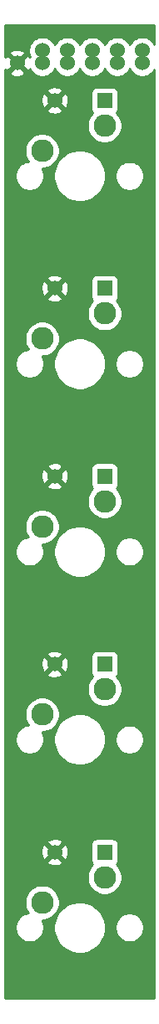
<source format=gbl>
%TF.GenerationSoftware,KiCad,Pcbnew,5.1.6-1.fc32*%
%TF.CreationDate,2020-08-03T22:39:13-06:00*%
%TF.ProjectId,5_switch_column,355f7377-6974-4636-985f-636f6c756d6e,01*%
%TF.SameCoordinates,Original*%
%TF.FileFunction,Copper,L2,Bot*%
%TF.FilePolarity,Positive*%
%FSLAX46Y46*%
G04 Gerber Fmt 4.6, Leading zero omitted, Abs format (unit mm)*
G04 Created by KiCad (PCBNEW 5.1.6-1.fc32) date 2020-08-03 22:39:13*
%MOMM*%
%LPD*%
G01*
G04 APERTURE LIST*
%TA.AperFunction,ComponentPad*%
%ADD10C,2.286000*%
%TD*%
%TA.AperFunction,ComponentPad*%
%ADD11R,1.524000X1.524000*%
%TD*%
%TA.AperFunction,ComponentPad*%
%ADD12C,1.524000*%
%TD*%
%TA.AperFunction,Conductor*%
%ADD13C,0.254000*%
%TD*%
G04 APERTURE END LIST*
D10*
%TO.P,S1,1*%
%TO.N,Net-(S1-Pad1)*%
X120000000Y-80000000D03*
%TO.P,S1,2*%
%TO.N,Net-(S1-Pad2)*%
X113650000Y-82540000D03*
D11*
%TO.P,S1,3*%
%TO.N,Net-(S1-Pad1)*%
X120000000Y-77460000D03*
D12*
%TO.P,S1,4*%
%TO.N,Net-(S1-Pad4)*%
X114920000Y-77460000D03*
%TD*%
%TO.P,S2,4*%
%TO.N,Net-(S1-Pad4)*%
X114920000Y-96460000D03*
D11*
%TO.P,S2,3*%
%TO.N,Net-(S2-Pad1)*%
X120000000Y-96460000D03*
D10*
%TO.P,S2,2*%
%TO.N,Net-(S2-Pad2)*%
X113650000Y-101540000D03*
%TO.P,S2,1*%
%TO.N,Net-(S2-Pad1)*%
X120000000Y-99000000D03*
%TD*%
%TO.P,S3,1*%
%TO.N,Net-(S3-Pad1)*%
X120000000Y-118000000D03*
%TO.P,S3,2*%
%TO.N,Net-(S3-Pad2)*%
X113650000Y-120540000D03*
D11*
%TO.P,S3,3*%
%TO.N,Net-(S3-Pad1)*%
X120000000Y-115460000D03*
D12*
%TO.P,S3,4*%
%TO.N,Net-(S1-Pad4)*%
X114920000Y-115460000D03*
%TD*%
%TO.P,S4,4*%
%TO.N,Net-(S1-Pad4)*%
X114920000Y-134460000D03*
D11*
%TO.P,S4,3*%
%TO.N,Net-(S4-Pad1)*%
X120000000Y-134460000D03*
D10*
%TO.P,S4,2*%
%TO.N,Net-(S4-Pad2)*%
X113650000Y-139540000D03*
%TO.P,S4,1*%
%TO.N,Net-(S4-Pad1)*%
X120000000Y-137000000D03*
%TD*%
%TO.P,S5,1*%
%TO.N,Net-(S5-Pad1)*%
X120000000Y-156000000D03*
%TO.P,S5,2*%
%TO.N,Net-(S5-Pad2)*%
X113650000Y-158540000D03*
D11*
%TO.P,S5,3*%
%TO.N,Net-(S5-Pad1)*%
X120000000Y-153460000D03*
D12*
%TO.P,S5,4*%
%TO.N,Net-(S1-Pad4)*%
X114920000Y-153460000D03*
%TD*%
%TO.P,U1,1*%
%TO.N,Net-(S1-Pad4)*%
X111125000Y-73660000D03*
%TO.P,U1,2*%
%TO.N,Net-(S1-Pad2)*%
X113665000Y-73660000D03*
%TO.P,U1,3*%
%TO.N,Net-(S2-Pad2)*%
X116205000Y-73660000D03*
%TO.P,U1,4*%
%TO.N,Net-(S3-Pad2)*%
X118745000Y-73660000D03*
%TO.P,U1,5*%
%TO.N,Net-(S4-Pad2)*%
X121285000Y-73660000D03*
%TO.P,U1,6*%
%TO.N,Net-(S5-Pad2)*%
X123825000Y-73660000D03*
%TO.P,U1,2*%
%TO.N,Net-(S1-Pad2)*%
X113665000Y-72390000D03*
%TO.P,U1,3*%
%TO.N,Net-(S2-Pad2)*%
X116205000Y-72390000D03*
%TO.P,U1,4*%
%TO.N,Net-(S3-Pad2)*%
X118745000Y-72390000D03*
%TO.P,U1,5*%
%TO.N,Net-(S4-Pad2)*%
X121285000Y-72390000D03*
%TO.P,U1,6*%
%TO.N,Net-(S5-Pad2)*%
X123825000Y-72390000D03*
%TD*%
D13*
%TO.N,Net-(S1-Pad4)*%
G36*
X125070001Y-71745163D02*
G01*
X125063005Y-71728273D01*
X124910120Y-71499465D01*
X124715535Y-71304880D01*
X124486727Y-71151995D01*
X124232490Y-71046686D01*
X123962592Y-70993000D01*
X123687408Y-70993000D01*
X123417510Y-71046686D01*
X123163273Y-71151995D01*
X122934465Y-71304880D01*
X122739880Y-71499465D01*
X122586995Y-71728273D01*
X122555000Y-71805515D01*
X122523005Y-71728273D01*
X122370120Y-71499465D01*
X122175535Y-71304880D01*
X121946727Y-71151995D01*
X121692490Y-71046686D01*
X121422592Y-70993000D01*
X121147408Y-70993000D01*
X120877510Y-71046686D01*
X120623273Y-71151995D01*
X120394465Y-71304880D01*
X120199880Y-71499465D01*
X120046995Y-71728273D01*
X120015000Y-71805515D01*
X119983005Y-71728273D01*
X119830120Y-71499465D01*
X119635535Y-71304880D01*
X119406727Y-71151995D01*
X119152490Y-71046686D01*
X118882592Y-70993000D01*
X118607408Y-70993000D01*
X118337510Y-71046686D01*
X118083273Y-71151995D01*
X117854465Y-71304880D01*
X117659880Y-71499465D01*
X117506995Y-71728273D01*
X117475000Y-71805515D01*
X117443005Y-71728273D01*
X117290120Y-71499465D01*
X117095535Y-71304880D01*
X116866727Y-71151995D01*
X116612490Y-71046686D01*
X116342592Y-70993000D01*
X116067408Y-70993000D01*
X115797510Y-71046686D01*
X115543273Y-71151995D01*
X115314465Y-71304880D01*
X115119880Y-71499465D01*
X114966995Y-71728273D01*
X114935000Y-71805515D01*
X114903005Y-71728273D01*
X114750120Y-71499465D01*
X114555535Y-71304880D01*
X114326727Y-71151995D01*
X114072490Y-71046686D01*
X113802592Y-70993000D01*
X113527408Y-70993000D01*
X113257510Y-71046686D01*
X113003273Y-71151995D01*
X112774465Y-71304880D01*
X112579880Y-71499465D01*
X112426995Y-71728273D01*
X112321686Y-71982510D01*
X112268000Y-72252408D01*
X112268000Y-72527592D01*
X112321686Y-72797490D01*
X112415924Y-73025000D01*
X112397308Y-73069943D01*
X112392636Y-73056977D01*
X112330656Y-72941020D01*
X112090565Y-72874040D01*
X111304605Y-73660000D01*
X112090565Y-74445960D01*
X112330656Y-74378980D01*
X112394485Y-74243240D01*
X112426995Y-74321727D01*
X112579880Y-74550535D01*
X112774465Y-74745120D01*
X113003273Y-74898005D01*
X113257510Y-75003314D01*
X113527408Y-75057000D01*
X113802592Y-75057000D01*
X114072490Y-75003314D01*
X114326727Y-74898005D01*
X114555535Y-74745120D01*
X114750120Y-74550535D01*
X114903005Y-74321727D01*
X114935000Y-74244485D01*
X114966995Y-74321727D01*
X115119880Y-74550535D01*
X115314465Y-74745120D01*
X115543273Y-74898005D01*
X115797510Y-75003314D01*
X116067408Y-75057000D01*
X116342592Y-75057000D01*
X116612490Y-75003314D01*
X116866727Y-74898005D01*
X117095535Y-74745120D01*
X117290120Y-74550535D01*
X117443005Y-74321727D01*
X117475000Y-74244485D01*
X117506995Y-74321727D01*
X117659880Y-74550535D01*
X117854465Y-74745120D01*
X118083273Y-74898005D01*
X118337510Y-75003314D01*
X118607408Y-75057000D01*
X118882592Y-75057000D01*
X119152490Y-75003314D01*
X119406727Y-74898005D01*
X119635535Y-74745120D01*
X119830120Y-74550535D01*
X119983005Y-74321727D01*
X120015000Y-74244485D01*
X120046995Y-74321727D01*
X120199880Y-74550535D01*
X120394465Y-74745120D01*
X120623273Y-74898005D01*
X120877510Y-75003314D01*
X121147408Y-75057000D01*
X121422592Y-75057000D01*
X121692490Y-75003314D01*
X121946727Y-74898005D01*
X122175535Y-74745120D01*
X122370120Y-74550535D01*
X122523005Y-74321727D01*
X122555000Y-74244485D01*
X122586995Y-74321727D01*
X122739880Y-74550535D01*
X122934465Y-74745120D01*
X123163273Y-74898005D01*
X123417510Y-75003314D01*
X123687408Y-75057000D01*
X123962592Y-75057000D01*
X124232490Y-75003314D01*
X124486727Y-74898005D01*
X124715535Y-74745120D01*
X124910120Y-74550535D01*
X125063005Y-74321727D01*
X125070001Y-74304837D01*
X125070000Y-168250000D01*
X109880000Y-168250000D01*
X109880000Y-160933740D01*
X110895000Y-160933740D01*
X110895000Y-161226260D01*
X110952068Y-161513158D01*
X111064010Y-161783411D01*
X111226525Y-162026632D01*
X111433368Y-162233475D01*
X111676589Y-162395990D01*
X111946842Y-162507932D01*
X112233740Y-162565000D01*
X112526260Y-162565000D01*
X112813158Y-162507932D01*
X113083411Y-162395990D01*
X113326632Y-162233475D01*
X113533475Y-162026632D01*
X113695990Y-161783411D01*
X113807932Y-161513158D01*
X113865000Y-161226260D01*
X113865000Y-160933740D01*
X113842471Y-160820475D01*
X114825000Y-160820475D01*
X114825000Y-161339525D01*
X114926261Y-161848601D01*
X115124893Y-162328141D01*
X115413262Y-162759715D01*
X115780285Y-163126738D01*
X116211859Y-163415107D01*
X116691399Y-163613739D01*
X117200475Y-163715000D01*
X117719525Y-163715000D01*
X118228601Y-163613739D01*
X118708141Y-163415107D01*
X119139715Y-163126738D01*
X119506738Y-162759715D01*
X119795107Y-162328141D01*
X119993739Y-161848601D01*
X120095000Y-161339525D01*
X120095000Y-160933740D01*
X121055000Y-160933740D01*
X121055000Y-161226260D01*
X121112068Y-161513158D01*
X121224010Y-161783411D01*
X121386525Y-162026632D01*
X121593368Y-162233475D01*
X121836589Y-162395990D01*
X122106842Y-162507932D01*
X122393740Y-162565000D01*
X122686260Y-162565000D01*
X122973158Y-162507932D01*
X123243411Y-162395990D01*
X123486632Y-162233475D01*
X123693475Y-162026632D01*
X123855990Y-161783411D01*
X123967932Y-161513158D01*
X124025000Y-161226260D01*
X124025000Y-160933740D01*
X123967932Y-160646842D01*
X123855990Y-160376589D01*
X123693475Y-160133368D01*
X123486632Y-159926525D01*
X123243411Y-159764010D01*
X122973158Y-159652068D01*
X122686260Y-159595000D01*
X122393740Y-159595000D01*
X122106842Y-159652068D01*
X121836589Y-159764010D01*
X121593368Y-159926525D01*
X121386525Y-160133368D01*
X121224010Y-160376589D01*
X121112068Y-160646842D01*
X121055000Y-160933740D01*
X120095000Y-160933740D01*
X120095000Y-160820475D01*
X119993739Y-160311399D01*
X119795107Y-159831859D01*
X119506738Y-159400285D01*
X119139715Y-159033262D01*
X118708141Y-158744893D01*
X118228601Y-158546261D01*
X117719525Y-158445000D01*
X117200475Y-158445000D01*
X116691399Y-158546261D01*
X116211859Y-158744893D01*
X115780285Y-159033262D01*
X115413262Y-159400285D01*
X115124893Y-159831859D01*
X114926261Y-160311399D01*
X114825000Y-160820475D01*
X113842471Y-160820475D01*
X113807932Y-160646842D01*
X113695990Y-160376589D01*
X113656842Y-160318000D01*
X113825118Y-160318000D01*
X114168623Y-160249672D01*
X114492199Y-160115643D01*
X114783409Y-159921063D01*
X115031063Y-159673409D01*
X115225643Y-159382199D01*
X115359672Y-159058623D01*
X115428000Y-158715118D01*
X115428000Y-158364882D01*
X115359672Y-158021377D01*
X115225643Y-157697801D01*
X115031063Y-157406591D01*
X114783409Y-157158937D01*
X114492199Y-156964357D01*
X114168623Y-156830328D01*
X113825118Y-156762000D01*
X113474882Y-156762000D01*
X113131377Y-156830328D01*
X112807801Y-156964357D01*
X112516591Y-157158937D01*
X112268937Y-157406591D01*
X112074357Y-157697801D01*
X111940328Y-158021377D01*
X111872000Y-158364882D01*
X111872000Y-158715118D01*
X111940328Y-159058623D01*
X112074357Y-159382199D01*
X112218563Y-159598019D01*
X111946842Y-159652068D01*
X111676589Y-159764010D01*
X111433368Y-159926525D01*
X111226525Y-160133368D01*
X111064010Y-160376589D01*
X110952068Y-160646842D01*
X110895000Y-160933740D01*
X109880000Y-160933740D01*
X109880000Y-155824882D01*
X118222000Y-155824882D01*
X118222000Y-156175118D01*
X118290328Y-156518623D01*
X118424357Y-156842199D01*
X118618937Y-157133409D01*
X118866591Y-157381063D01*
X119157801Y-157575643D01*
X119481377Y-157709672D01*
X119824882Y-157778000D01*
X120175118Y-157778000D01*
X120518623Y-157709672D01*
X120842199Y-157575643D01*
X121133409Y-157381063D01*
X121381063Y-157133409D01*
X121575643Y-156842199D01*
X121709672Y-156518623D01*
X121778000Y-156175118D01*
X121778000Y-155824882D01*
X121709672Y-155481377D01*
X121575643Y-155157801D01*
X121381063Y-154866591D01*
X121199164Y-154684692D01*
X121213185Y-154673185D01*
X121292537Y-154576494D01*
X121351502Y-154466180D01*
X121387812Y-154346482D01*
X121400072Y-154222000D01*
X121400072Y-152698000D01*
X121387812Y-152573518D01*
X121351502Y-152453820D01*
X121292537Y-152343506D01*
X121213185Y-152246815D01*
X121116494Y-152167463D01*
X121006180Y-152108498D01*
X120886482Y-152072188D01*
X120762000Y-152059928D01*
X119238000Y-152059928D01*
X119113518Y-152072188D01*
X118993820Y-152108498D01*
X118883506Y-152167463D01*
X118786815Y-152246815D01*
X118707463Y-152343506D01*
X118648498Y-152453820D01*
X118612188Y-152573518D01*
X118599928Y-152698000D01*
X118599928Y-154222000D01*
X118612188Y-154346482D01*
X118648498Y-154466180D01*
X118707463Y-154576494D01*
X118786815Y-154673185D01*
X118800836Y-154684692D01*
X118618937Y-154866591D01*
X118424357Y-155157801D01*
X118290328Y-155481377D01*
X118222000Y-155824882D01*
X109880000Y-155824882D01*
X109880000Y-154425565D01*
X114134040Y-154425565D01*
X114201020Y-154665656D01*
X114450048Y-154782756D01*
X114717135Y-154849023D01*
X114992017Y-154861910D01*
X115264133Y-154820922D01*
X115523023Y-154727636D01*
X115638980Y-154665656D01*
X115705960Y-154425565D01*
X114920000Y-153639605D01*
X114134040Y-154425565D01*
X109880000Y-154425565D01*
X109880000Y-153532017D01*
X113518090Y-153532017D01*
X113559078Y-153804133D01*
X113652364Y-154063023D01*
X113714344Y-154178980D01*
X113954435Y-154245960D01*
X114740395Y-153460000D01*
X115099605Y-153460000D01*
X115885565Y-154245960D01*
X116125656Y-154178980D01*
X116242756Y-153929952D01*
X116309023Y-153662865D01*
X116321910Y-153387983D01*
X116280922Y-153115867D01*
X116187636Y-152856977D01*
X116125656Y-152741020D01*
X115885565Y-152674040D01*
X115099605Y-153460000D01*
X114740395Y-153460000D01*
X113954435Y-152674040D01*
X113714344Y-152741020D01*
X113597244Y-152990048D01*
X113530977Y-153257135D01*
X113518090Y-153532017D01*
X109880000Y-153532017D01*
X109880000Y-152494435D01*
X114134040Y-152494435D01*
X114920000Y-153280395D01*
X115705960Y-152494435D01*
X115638980Y-152254344D01*
X115389952Y-152137244D01*
X115122865Y-152070977D01*
X114847983Y-152058090D01*
X114575867Y-152099078D01*
X114316977Y-152192364D01*
X114201020Y-152254344D01*
X114134040Y-152494435D01*
X109880000Y-152494435D01*
X109880000Y-141933740D01*
X110895000Y-141933740D01*
X110895000Y-142226260D01*
X110952068Y-142513158D01*
X111064010Y-142783411D01*
X111226525Y-143026632D01*
X111433368Y-143233475D01*
X111676589Y-143395990D01*
X111946842Y-143507932D01*
X112233740Y-143565000D01*
X112526260Y-143565000D01*
X112813158Y-143507932D01*
X113083411Y-143395990D01*
X113326632Y-143233475D01*
X113533475Y-143026632D01*
X113695990Y-142783411D01*
X113807932Y-142513158D01*
X113865000Y-142226260D01*
X113865000Y-141933740D01*
X113842471Y-141820475D01*
X114825000Y-141820475D01*
X114825000Y-142339525D01*
X114926261Y-142848601D01*
X115124893Y-143328141D01*
X115413262Y-143759715D01*
X115780285Y-144126738D01*
X116211859Y-144415107D01*
X116691399Y-144613739D01*
X117200475Y-144715000D01*
X117719525Y-144715000D01*
X118228601Y-144613739D01*
X118708141Y-144415107D01*
X119139715Y-144126738D01*
X119506738Y-143759715D01*
X119795107Y-143328141D01*
X119993739Y-142848601D01*
X120095000Y-142339525D01*
X120095000Y-141933740D01*
X121055000Y-141933740D01*
X121055000Y-142226260D01*
X121112068Y-142513158D01*
X121224010Y-142783411D01*
X121386525Y-143026632D01*
X121593368Y-143233475D01*
X121836589Y-143395990D01*
X122106842Y-143507932D01*
X122393740Y-143565000D01*
X122686260Y-143565000D01*
X122973158Y-143507932D01*
X123243411Y-143395990D01*
X123486632Y-143233475D01*
X123693475Y-143026632D01*
X123855990Y-142783411D01*
X123967932Y-142513158D01*
X124025000Y-142226260D01*
X124025000Y-141933740D01*
X123967932Y-141646842D01*
X123855990Y-141376589D01*
X123693475Y-141133368D01*
X123486632Y-140926525D01*
X123243411Y-140764010D01*
X122973158Y-140652068D01*
X122686260Y-140595000D01*
X122393740Y-140595000D01*
X122106842Y-140652068D01*
X121836589Y-140764010D01*
X121593368Y-140926525D01*
X121386525Y-141133368D01*
X121224010Y-141376589D01*
X121112068Y-141646842D01*
X121055000Y-141933740D01*
X120095000Y-141933740D01*
X120095000Y-141820475D01*
X119993739Y-141311399D01*
X119795107Y-140831859D01*
X119506738Y-140400285D01*
X119139715Y-140033262D01*
X118708141Y-139744893D01*
X118228601Y-139546261D01*
X117719525Y-139445000D01*
X117200475Y-139445000D01*
X116691399Y-139546261D01*
X116211859Y-139744893D01*
X115780285Y-140033262D01*
X115413262Y-140400285D01*
X115124893Y-140831859D01*
X114926261Y-141311399D01*
X114825000Y-141820475D01*
X113842471Y-141820475D01*
X113807932Y-141646842D01*
X113695990Y-141376589D01*
X113656842Y-141318000D01*
X113825118Y-141318000D01*
X114168623Y-141249672D01*
X114492199Y-141115643D01*
X114783409Y-140921063D01*
X115031063Y-140673409D01*
X115225643Y-140382199D01*
X115359672Y-140058623D01*
X115428000Y-139715118D01*
X115428000Y-139364882D01*
X115359672Y-139021377D01*
X115225643Y-138697801D01*
X115031063Y-138406591D01*
X114783409Y-138158937D01*
X114492199Y-137964357D01*
X114168623Y-137830328D01*
X113825118Y-137762000D01*
X113474882Y-137762000D01*
X113131377Y-137830328D01*
X112807801Y-137964357D01*
X112516591Y-138158937D01*
X112268937Y-138406591D01*
X112074357Y-138697801D01*
X111940328Y-139021377D01*
X111872000Y-139364882D01*
X111872000Y-139715118D01*
X111940328Y-140058623D01*
X112074357Y-140382199D01*
X112218563Y-140598019D01*
X111946842Y-140652068D01*
X111676589Y-140764010D01*
X111433368Y-140926525D01*
X111226525Y-141133368D01*
X111064010Y-141376589D01*
X110952068Y-141646842D01*
X110895000Y-141933740D01*
X109880000Y-141933740D01*
X109880000Y-136824882D01*
X118222000Y-136824882D01*
X118222000Y-137175118D01*
X118290328Y-137518623D01*
X118424357Y-137842199D01*
X118618937Y-138133409D01*
X118866591Y-138381063D01*
X119157801Y-138575643D01*
X119481377Y-138709672D01*
X119824882Y-138778000D01*
X120175118Y-138778000D01*
X120518623Y-138709672D01*
X120842199Y-138575643D01*
X121133409Y-138381063D01*
X121381063Y-138133409D01*
X121575643Y-137842199D01*
X121709672Y-137518623D01*
X121778000Y-137175118D01*
X121778000Y-136824882D01*
X121709672Y-136481377D01*
X121575643Y-136157801D01*
X121381063Y-135866591D01*
X121199164Y-135684692D01*
X121213185Y-135673185D01*
X121292537Y-135576494D01*
X121351502Y-135466180D01*
X121387812Y-135346482D01*
X121400072Y-135222000D01*
X121400072Y-133698000D01*
X121387812Y-133573518D01*
X121351502Y-133453820D01*
X121292537Y-133343506D01*
X121213185Y-133246815D01*
X121116494Y-133167463D01*
X121006180Y-133108498D01*
X120886482Y-133072188D01*
X120762000Y-133059928D01*
X119238000Y-133059928D01*
X119113518Y-133072188D01*
X118993820Y-133108498D01*
X118883506Y-133167463D01*
X118786815Y-133246815D01*
X118707463Y-133343506D01*
X118648498Y-133453820D01*
X118612188Y-133573518D01*
X118599928Y-133698000D01*
X118599928Y-135222000D01*
X118612188Y-135346482D01*
X118648498Y-135466180D01*
X118707463Y-135576494D01*
X118786815Y-135673185D01*
X118800836Y-135684692D01*
X118618937Y-135866591D01*
X118424357Y-136157801D01*
X118290328Y-136481377D01*
X118222000Y-136824882D01*
X109880000Y-136824882D01*
X109880000Y-135425565D01*
X114134040Y-135425565D01*
X114201020Y-135665656D01*
X114450048Y-135782756D01*
X114717135Y-135849023D01*
X114992017Y-135861910D01*
X115264133Y-135820922D01*
X115523023Y-135727636D01*
X115638980Y-135665656D01*
X115705960Y-135425565D01*
X114920000Y-134639605D01*
X114134040Y-135425565D01*
X109880000Y-135425565D01*
X109880000Y-134532017D01*
X113518090Y-134532017D01*
X113559078Y-134804133D01*
X113652364Y-135063023D01*
X113714344Y-135178980D01*
X113954435Y-135245960D01*
X114740395Y-134460000D01*
X115099605Y-134460000D01*
X115885565Y-135245960D01*
X116125656Y-135178980D01*
X116242756Y-134929952D01*
X116309023Y-134662865D01*
X116321910Y-134387983D01*
X116280922Y-134115867D01*
X116187636Y-133856977D01*
X116125656Y-133741020D01*
X115885565Y-133674040D01*
X115099605Y-134460000D01*
X114740395Y-134460000D01*
X113954435Y-133674040D01*
X113714344Y-133741020D01*
X113597244Y-133990048D01*
X113530977Y-134257135D01*
X113518090Y-134532017D01*
X109880000Y-134532017D01*
X109880000Y-133494435D01*
X114134040Y-133494435D01*
X114920000Y-134280395D01*
X115705960Y-133494435D01*
X115638980Y-133254344D01*
X115389952Y-133137244D01*
X115122865Y-133070977D01*
X114847983Y-133058090D01*
X114575867Y-133099078D01*
X114316977Y-133192364D01*
X114201020Y-133254344D01*
X114134040Y-133494435D01*
X109880000Y-133494435D01*
X109880000Y-122933740D01*
X110895000Y-122933740D01*
X110895000Y-123226260D01*
X110952068Y-123513158D01*
X111064010Y-123783411D01*
X111226525Y-124026632D01*
X111433368Y-124233475D01*
X111676589Y-124395990D01*
X111946842Y-124507932D01*
X112233740Y-124565000D01*
X112526260Y-124565000D01*
X112813158Y-124507932D01*
X113083411Y-124395990D01*
X113326632Y-124233475D01*
X113533475Y-124026632D01*
X113695990Y-123783411D01*
X113807932Y-123513158D01*
X113865000Y-123226260D01*
X113865000Y-122933740D01*
X113842471Y-122820475D01*
X114825000Y-122820475D01*
X114825000Y-123339525D01*
X114926261Y-123848601D01*
X115124893Y-124328141D01*
X115413262Y-124759715D01*
X115780285Y-125126738D01*
X116211859Y-125415107D01*
X116691399Y-125613739D01*
X117200475Y-125715000D01*
X117719525Y-125715000D01*
X118228601Y-125613739D01*
X118708141Y-125415107D01*
X119139715Y-125126738D01*
X119506738Y-124759715D01*
X119795107Y-124328141D01*
X119993739Y-123848601D01*
X120095000Y-123339525D01*
X120095000Y-122933740D01*
X121055000Y-122933740D01*
X121055000Y-123226260D01*
X121112068Y-123513158D01*
X121224010Y-123783411D01*
X121386525Y-124026632D01*
X121593368Y-124233475D01*
X121836589Y-124395990D01*
X122106842Y-124507932D01*
X122393740Y-124565000D01*
X122686260Y-124565000D01*
X122973158Y-124507932D01*
X123243411Y-124395990D01*
X123486632Y-124233475D01*
X123693475Y-124026632D01*
X123855990Y-123783411D01*
X123967932Y-123513158D01*
X124025000Y-123226260D01*
X124025000Y-122933740D01*
X123967932Y-122646842D01*
X123855990Y-122376589D01*
X123693475Y-122133368D01*
X123486632Y-121926525D01*
X123243411Y-121764010D01*
X122973158Y-121652068D01*
X122686260Y-121595000D01*
X122393740Y-121595000D01*
X122106842Y-121652068D01*
X121836589Y-121764010D01*
X121593368Y-121926525D01*
X121386525Y-122133368D01*
X121224010Y-122376589D01*
X121112068Y-122646842D01*
X121055000Y-122933740D01*
X120095000Y-122933740D01*
X120095000Y-122820475D01*
X119993739Y-122311399D01*
X119795107Y-121831859D01*
X119506738Y-121400285D01*
X119139715Y-121033262D01*
X118708141Y-120744893D01*
X118228601Y-120546261D01*
X117719525Y-120445000D01*
X117200475Y-120445000D01*
X116691399Y-120546261D01*
X116211859Y-120744893D01*
X115780285Y-121033262D01*
X115413262Y-121400285D01*
X115124893Y-121831859D01*
X114926261Y-122311399D01*
X114825000Y-122820475D01*
X113842471Y-122820475D01*
X113807932Y-122646842D01*
X113695990Y-122376589D01*
X113656842Y-122318000D01*
X113825118Y-122318000D01*
X114168623Y-122249672D01*
X114492199Y-122115643D01*
X114783409Y-121921063D01*
X115031063Y-121673409D01*
X115225643Y-121382199D01*
X115359672Y-121058623D01*
X115428000Y-120715118D01*
X115428000Y-120364882D01*
X115359672Y-120021377D01*
X115225643Y-119697801D01*
X115031063Y-119406591D01*
X114783409Y-119158937D01*
X114492199Y-118964357D01*
X114168623Y-118830328D01*
X113825118Y-118762000D01*
X113474882Y-118762000D01*
X113131377Y-118830328D01*
X112807801Y-118964357D01*
X112516591Y-119158937D01*
X112268937Y-119406591D01*
X112074357Y-119697801D01*
X111940328Y-120021377D01*
X111872000Y-120364882D01*
X111872000Y-120715118D01*
X111940328Y-121058623D01*
X112074357Y-121382199D01*
X112218563Y-121598019D01*
X111946842Y-121652068D01*
X111676589Y-121764010D01*
X111433368Y-121926525D01*
X111226525Y-122133368D01*
X111064010Y-122376589D01*
X110952068Y-122646842D01*
X110895000Y-122933740D01*
X109880000Y-122933740D01*
X109880000Y-117824882D01*
X118222000Y-117824882D01*
X118222000Y-118175118D01*
X118290328Y-118518623D01*
X118424357Y-118842199D01*
X118618937Y-119133409D01*
X118866591Y-119381063D01*
X119157801Y-119575643D01*
X119481377Y-119709672D01*
X119824882Y-119778000D01*
X120175118Y-119778000D01*
X120518623Y-119709672D01*
X120842199Y-119575643D01*
X121133409Y-119381063D01*
X121381063Y-119133409D01*
X121575643Y-118842199D01*
X121709672Y-118518623D01*
X121778000Y-118175118D01*
X121778000Y-117824882D01*
X121709672Y-117481377D01*
X121575643Y-117157801D01*
X121381063Y-116866591D01*
X121199164Y-116684692D01*
X121213185Y-116673185D01*
X121292537Y-116576494D01*
X121351502Y-116466180D01*
X121387812Y-116346482D01*
X121400072Y-116222000D01*
X121400072Y-114698000D01*
X121387812Y-114573518D01*
X121351502Y-114453820D01*
X121292537Y-114343506D01*
X121213185Y-114246815D01*
X121116494Y-114167463D01*
X121006180Y-114108498D01*
X120886482Y-114072188D01*
X120762000Y-114059928D01*
X119238000Y-114059928D01*
X119113518Y-114072188D01*
X118993820Y-114108498D01*
X118883506Y-114167463D01*
X118786815Y-114246815D01*
X118707463Y-114343506D01*
X118648498Y-114453820D01*
X118612188Y-114573518D01*
X118599928Y-114698000D01*
X118599928Y-116222000D01*
X118612188Y-116346482D01*
X118648498Y-116466180D01*
X118707463Y-116576494D01*
X118786815Y-116673185D01*
X118800836Y-116684692D01*
X118618937Y-116866591D01*
X118424357Y-117157801D01*
X118290328Y-117481377D01*
X118222000Y-117824882D01*
X109880000Y-117824882D01*
X109880000Y-116425565D01*
X114134040Y-116425565D01*
X114201020Y-116665656D01*
X114450048Y-116782756D01*
X114717135Y-116849023D01*
X114992017Y-116861910D01*
X115264133Y-116820922D01*
X115523023Y-116727636D01*
X115638980Y-116665656D01*
X115705960Y-116425565D01*
X114920000Y-115639605D01*
X114134040Y-116425565D01*
X109880000Y-116425565D01*
X109880000Y-115532017D01*
X113518090Y-115532017D01*
X113559078Y-115804133D01*
X113652364Y-116063023D01*
X113714344Y-116178980D01*
X113954435Y-116245960D01*
X114740395Y-115460000D01*
X115099605Y-115460000D01*
X115885565Y-116245960D01*
X116125656Y-116178980D01*
X116242756Y-115929952D01*
X116309023Y-115662865D01*
X116321910Y-115387983D01*
X116280922Y-115115867D01*
X116187636Y-114856977D01*
X116125656Y-114741020D01*
X115885565Y-114674040D01*
X115099605Y-115460000D01*
X114740395Y-115460000D01*
X113954435Y-114674040D01*
X113714344Y-114741020D01*
X113597244Y-114990048D01*
X113530977Y-115257135D01*
X113518090Y-115532017D01*
X109880000Y-115532017D01*
X109880000Y-114494435D01*
X114134040Y-114494435D01*
X114920000Y-115280395D01*
X115705960Y-114494435D01*
X115638980Y-114254344D01*
X115389952Y-114137244D01*
X115122865Y-114070977D01*
X114847983Y-114058090D01*
X114575867Y-114099078D01*
X114316977Y-114192364D01*
X114201020Y-114254344D01*
X114134040Y-114494435D01*
X109880000Y-114494435D01*
X109880000Y-103933740D01*
X110895000Y-103933740D01*
X110895000Y-104226260D01*
X110952068Y-104513158D01*
X111064010Y-104783411D01*
X111226525Y-105026632D01*
X111433368Y-105233475D01*
X111676589Y-105395990D01*
X111946842Y-105507932D01*
X112233740Y-105565000D01*
X112526260Y-105565000D01*
X112813158Y-105507932D01*
X113083411Y-105395990D01*
X113326632Y-105233475D01*
X113533475Y-105026632D01*
X113695990Y-104783411D01*
X113807932Y-104513158D01*
X113865000Y-104226260D01*
X113865000Y-103933740D01*
X113842471Y-103820475D01*
X114825000Y-103820475D01*
X114825000Y-104339525D01*
X114926261Y-104848601D01*
X115124893Y-105328141D01*
X115413262Y-105759715D01*
X115780285Y-106126738D01*
X116211859Y-106415107D01*
X116691399Y-106613739D01*
X117200475Y-106715000D01*
X117719525Y-106715000D01*
X118228601Y-106613739D01*
X118708141Y-106415107D01*
X119139715Y-106126738D01*
X119506738Y-105759715D01*
X119795107Y-105328141D01*
X119993739Y-104848601D01*
X120095000Y-104339525D01*
X120095000Y-103933740D01*
X121055000Y-103933740D01*
X121055000Y-104226260D01*
X121112068Y-104513158D01*
X121224010Y-104783411D01*
X121386525Y-105026632D01*
X121593368Y-105233475D01*
X121836589Y-105395990D01*
X122106842Y-105507932D01*
X122393740Y-105565000D01*
X122686260Y-105565000D01*
X122973158Y-105507932D01*
X123243411Y-105395990D01*
X123486632Y-105233475D01*
X123693475Y-105026632D01*
X123855990Y-104783411D01*
X123967932Y-104513158D01*
X124025000Y-104226260D01*
X124025000Y-103933740D01*
X123967932Y-103646842D01*
X123855990Y-103376589D01*
X123693475Y-103133368D01*
X123486632Y-102926525D01*
X123243411Y-102764010D01*
X122973158Y-102652068D01*
X122686260Y-102595000D01*
X122393740Y-102595000D01*
X122106842Y-102652068D01*
X121836589Y-102764010D01*
X121593368Y-102926525D01*
X121386525Y-103133368D01*
X121224010Y-103376589D01*
X121112068Y-103646842D01*
X121055000Y-103933740D01*
X120095000Y-103933740D01*
X120095000Y-103820475D01*
X119993739Y-103311399D01*
X119795107Y-102831859D01*
X119506738Y-102400285D01*
X119139715Y-102033262D01*
X118708141Y-101744893D01*
X118228601Y-101546261D01*
X117719525Y-101445000D01*
X117200475Y-101445000D01*
X116691399Y-101546261D01*
X116211859Y-101744893D01*
X115780285Y-102033262D01*
X115413262Y-102400285D01*
X115124893Y-102831859D01*
X114926261Y-103311399D01*
X114825000Y-103820475D01*
X113842471Y-103820475D01*
X113807932Y-103646842D01*
X113695990Y-103376589D01*
X113656842Y-103318000D01*
X113825118Y-103318000D01*
X114168623Y-103249672D01*
X114492199Y-103115643D01*
X114783409Y-102921063D01*
X115031063Y-102673409D01*
X115225643Y-102382199D01*
X115359672Y-102058623D01*
X115428000Y-101715118D01*
X115428000Y-101364882D01*
X115359672Y-101021377D01*
X115225643Y-100697801D01*
X115031063Y-100406591D01*
X114783409Y-100158937D01*
X114492199Y-99964357D01*
X114168623Y-99830328D01*
X113825118Y-99762000D01*
X113474882Y-99762000D01*
X113131377Y-99830328D01*
X112807801Y-99964357D01*
X112516591Y-100158937D01*
X112268937Y-100406591D01*
X112074357Y-100697801D01*
X111940328Y-101021377D01*
X111872000Y-101364882D01*
X111872000Y-101715118D01*
X111940328Y-102058623D01*
X112074357Y-102382199D01*
X112218563Y-102598019D01*
X111946842Y-102652068D01*
X111676589Y-102764010D01*
X111433368Y-102926525D01*
X111226525Y-103133368D01*
X111064010Y-103376589D01*
X110952068Y-103646842D01*
X110895000Y-103933740D01*
X109880000Y-103933740D01*
X109880000Y-98824882D01*
X118222000Y-98824882D01*
X118222000Y-99175118D01*
X118290328Y-99518623D01*
X118424357Y-99842199D01*
X118618937Y-100133409D01*
X118866591Y-100381063D01*
X119157801Y-100575643D01*
X119481377Y-100709672D01*
X119824882Y-100778000D01*
X120175118Y-100778000D01*
X120518623Y-100709672D01*
X120842199Y-100575643D01*
X121133409Y-100381063D01*
X121381063Y-100133409D01*
X121575643Y-99842199D01*
X121709672Y-99518623D01*
X121778000Y-99175118D01*
X121778000Y-98824882D01*
X121709672Y-98481377D01*
X121575643Y-98157801D01*
X121381063Y-97866591D01*
X121199164Y-97684692D01*
X121213185Y-97673185D01*
X121292537Y-97576494D01*
X121351502Y-97466180D01*
X121387812Y-97346482D01*
X121400072Y-97222000D01*
X121400072Y-95698000D01*
X121387812Y-95573518D01*
X121351502Y-95453820D01*
X121292537Y-95343506D01*
X121213185Y-95246815D01*
X121116494Y-95167463D01*
X121006180Y-95108498D01*
X120886482Y-95072188D01*
X120762000Y-95059928D01*
X119238000Y-95059928D01*
X119113518Y-95072188D01*
X118993820Y-95108498D01*
X118883506Y-95167463D01*
X118786815Y-95246815D01*
X118707463Y-95343506D01*
X118648498Y-95453820D01*
X118612188Y-95573518D01*
X118599928Y-95698000D01*
X118599928Y-97222000D01*
X118612188Y-97346482D01*
X118648498Y-97466180D01*
X118707463Y-97576494D01*
X118786815Y-97673185D01*
X118800836Y-97684692D01*
X118618937Y-97866591D01*
X118424357Y-98157801D01*
X118290328Y-98481377D01*
X118222000Y-98824882D01*
X109880000Y-98824882D01*
X109880000Y-97425565D01*
X114134040Y-97425565D01*
X114201020Y-97665656D01*
X114450048Y-97782756D01*
X114717135Y-97849023D01*
X114992017Y-97861910D01*
X115264133Y-97820922D01*
X115523023Y-97727636D01*
X115638980Y-97665656D01*
X115705960Y-97425565D01*
X114920000Y-96639605D01*
X114134040Y-97425565D01*
X109880000Y-97425565D01*
X109880000Y-96532017D01*
X113518090Y-96532017D01*
X113559078Y-96804133D01*
X113652364Y-97063023D01*
X113714344Y-97178980D01*
X113954435Y-97245960D01*
X114740395Y-96460000D01*
X115099605Y-96460000D01*
X115885565Y-97245960D01*
X116125656Y-97178980D01*
X116242756Y-96929952D01*
X116309023Y-96662865D01*
X116321910Y-96387983D01*
X116280922Y-96115867D01*
X116187636Y-95856977D01*
X116125656Y-95741020D01*
X115885565Y-95674040D01*
X115099605Y-96460000D01*
X114740395Y-96460000D01*
X113954435Y-95674040D01*
X113714344Y-95741020D01*
X113597244Y-95990048D01*
X113530977Y-96257135D01*
X113518090Y-96532017D01*
X109880000Y-96532017D01*
X109880000Y-95494435D01*
X114134040Y-95494435D01*
X114920000Y-96280395D01*
X115705960Y-95494435D01*
X115638980Y-95254344D01*
X115389952Y-95137244D01*
X115122865Y-95070977D01*
X114847983Y-95058090D01*
X114575867Y-95099078D01*
X114316977Y-95192364D01*
X114201020Y-95254344D01*
X114134040Y-95494435D01*
X109880000Y-95494435D01*
X109880000Y-84933740D01*
X110895000Y-84933740D01*
X110895000Y-85226260D01*
X110952068Y-85513158D01*
X111064010Y-85783411D01*
X111226525Y-86026632D01*
X111433368Y-86233475D01*
X111676589Y-86395990D01*
X111946842Y-86507932D01*
X112233740Y-86565000D01*
X112526260Y-86565000D01*
X112813158Y-86507932D01*
X113083411Y-86395990D01*
X113326632Y-86233475D01*
X113533475Y-86026632D01*
X113695990Y-85783411D01*
X113807932Y-85513158D01*
X113865000Y-85226260D01*
X113865000Y-84933740D01*
X113842471Y-84820475D01*
X114825000Y-84820475D01*
X114825000Y-85339525D01*
X114926261Y-85848601D01*
X115124893Y-86328141D01*
X115413262Y-86759715D01*
X115780285Y-87126738D01*
X116211859Y-87415107D01*
X116691399Y-87613739D01*
X117200475Y-87715000D01*
X117719525Y-87715000D01*
X118228601Y-87613739D01*
X118708141Y-87415107D01*
X119139715Y-87126738D01*
X119506738Y-86759715D01*
X119795107Y-86328141D01*
X119993739Y-85848601D01*
X120095000Y-85339525D01*
X120095000Y-84933740D01*
X121055000Y-84933740D01*
X121055000Y-85226260D01*
X121112068Y-85513158D01*
X121224010Y-85783411D01*
X121386525Y-86026632D01*
X121593368Y-86233475D01*
X121836589Y-86395990D01*
X122106842Y-86507932D01*
X122393740Y-86565000D01*
X122686260Y-86565000D01*
X122973158Y-86507932D01*
X123243411Y-86395990D01*
X123486632Y-86233475D01*
X123693475Y-86026632D01*
X123855990Y-85783411D01*
X123967932Y-85513158D01*
X124025000Y-85226260D01*
X124025000Y-84933740D01*
X123967932Y-84646842D01*
X123855990Y-84376589D01*
X123693475Y-84133368D01*
X123486632Y-83926525D01*
X123243411Y-83764010D01*
X122973158Y-83652068D01*
X122686260Y-83595000D01*
X122393740Y-83595000D01*
X122106842Y-83652068D01*
X121836589Y-83764010D01*
X121593368Y-83926525D01*
X121386525Y-84133368D01*
X121224010Y-84376589D01*
X121112068Y-84646842D01*
X121055000Y-84933740D01*
X120095000Y-84933740D01*
X120095000Y-84820475D01*
X119993739Y-84311399D01*
X119795107Y-83831859D01*
X119506738Y-83400285D01*
X119139715Y-83033262D01*
X118708141Y-82744893D01*
X118228601Y-82546261D01*
X117719525Y-82445000D01*
X117200475Y-82445000D01*
X116691399Y-82546261D01*
X116211859Y-82744893D01*
X115780285Y-83033262D01*
X115413262Y-83400285D01*
X115124893Y-83831859D01*
X114926261Y-84311399D01*
X114825000Y-84820475D01*
X113842471Y-84820475D01*
X113807932Y-84646842D01*
X113695990Y-84376589D01*
X113656842Y-84318000D01*
X113825118Y-84318000D01*
X114168623Y-84249672D01*
X114492199Y-84115643D01*
X114783409Y-83921063D01*
X115031063Y-83673409D01*
X115225643Y-83382199D01*
X115359672Y-83058623D01*
X115428000Y-82715118D01*
X115428000Y-82364882D01*
X115359672Y-82021377D01*
X115225643Y-81697801D01*
X115031063Y-81406591D01*
X114783409Y-81158937D01*
X114492199Y-80964357D01*
X114168623Y-80830328D01*
X113825118Y-80762000D01*
X113474882Y-80762000D01*
X113131377Y-80830328D01*
X112807801Y-80964357D01*
X112516591Y-81158937D01*
X112268937Y-81406591D01*
X112074357Y-81697801D01*
X111940328Y-82021377D01*
X111872000Y-82364882D01*
X111872000Y-82715118D01*
X111940328Y-83058623D01*
X112074357Y-83382199D01*
X112218563Y-83598019D01*
X111946842Y-83652068D01*
X111676589Y-83764010D01*
X111433368Y-83926525D01*
X111226525Y-84133368D01*
X111064010Y-84376589D01*
X110952068Y-84646842D01*
X110895000Y-84933740D01*
X109880000Y-84933740D01*
X109880000Y-79824882D01*
X118222000Y-79824882D01*
X118222000Y-80175118D01*
X118290328Y-80518623D01*
X118424357Y-80842199D01*
X118618937Y-81133409D01*
X118866591Y-81381063D01*
X119157801Y-81575643D01*
X119481377Y-81709672D01*
X119824882Y-81778000D01*
X120175118Y-81778000D01*
X120518623Y-81709672D01*
X120842199Y-81575643D01*
X121133409Y-81381063D01*
X121381063Y-81133409D01*
X121575643Y-80842199D01*
X121709672Y-80518623D01*
X121778000Y-80175118D01*
X121778000Y-79824882D01*
X121709672Y-79481377D01*
X121575643Y-79157801D01*
X121381063Y-78866591D01*
X121199164Y-78684692D01*
X121213185Y-78673185D01*
X121292537Y-78576494D01*
X121351502Y-78466180D01*
X121387812Y-78346482D01*
X121400072Y-78222000D01*
X121400072Y-76698000D01*
X121387812Y-76573518D01*
X121351502Y-76453820D01*
X121292537Y-76343506D01*
X121213185Y-76246815D01*
X121116494Y-76167463D01*
X121006180Y-76108498D01*
X120886482Y-76072188D01*
X120762000Y-76059928D01*
X119238000Y-76059928D01*
X119113518Y-76072188D01*
X118993820Y-76108498D01*
X118883506Y-76167463D01*
X118786815Y-76246815D01*
X118707463Y-76343506D01*
X118648498Y-76453820D01*
X118612188Y-76573518D01*
X118599928Y-76698000D01*
X118599928Y-78222000D01*
X118612188Y-78346482D01*
X118648498Y-78466180D01*
X118707463Y-78576494D01*
X118786815Y-78673185D01*
X118800836Y-78684692D01*
X118618937Y-78866591D01*
X118424357Y-79157801D01*
X118290328Y-79481377D01*
X118222000Y-79824882D01*
X109880000Y-79824882D01*
X109880000Y-78425565D01*
X114134040Y-78425565D01*
X114201020Y-78665656D01*
X114450048Y-78782756D01*
X114717135Y-78849023D01*
X114992017Y-78861910D01*
X115264133Y-78820922D01*
X115523023Y-78727636D01*
X115638980Y-78665656D01*
X115705960Y-78425565D01*
X114920000Y-77639605D01*
X114134040Y-78425565D01*
X109880000Y-78425565D01*
X109880000Y-77532017D01*
X113518090Y-77532017D01*
X113559078Y-77804133D01*
X113652364Y-78063023D01*
X113714344Y-78178980D01*
X113954435Y-78245960D01*
X114740395Y-77460000D01*
X115099605Y-77460000D01*
X115885565Y-78245960D01*
X116125656Y-78178980D01*
X116242756Y-77929952D01*
X116309023Y-77662865D01*
X116321910Y-77387983D01*
X116280922Y-77115867D01*
X116187636Y-76856977D01*
X116125656Y-76741020D01*
X115885565Y-76674040D01*
X115099605Y-77460000D01*
X114740395Y-77460000D01*
X113954435Y-76674040D01*
X113714344Y-76741020D01*
X113597244Y-76990048D01*
X113530977Y-77257135D01*
X113518090Y-77532017D01*
X109880000Y-77532017D01*
X109880000Y-76494435D01*
X114134040Y-76494435D01*
X114920000Y-77280395D01*
X115705960Y-76494435D01*
X115638980Y-76254344D01*
X115389952Y-76137244D01*
X115122865Y-76070977D01*
X114847983Y-76058090D01*
X114575867Y-76099078D01*
X114316977Y-76192364D01*
X114201020Y-76254344D01*
X114134040Y-76494435D01*
X109880000Y-76494435D01*
X109880000Y-74625565D01*
X110339040Y-74625565D01*
X110406020Y-74865656D01*
X110655048Y-74982756D01*
X110922135Y-75049023D01*
X111197017Y-75061910D01*
X111469133Y-75020922D01*
X111728023Y-74927636D01*
X111843980Y-74865656D01*
X111910960Y-74625565D01*
X111125000Y-73839605D01*
X110339040Y-74625565D01*
X109880000Y-74625565D01*
X109880000Y-74305372D01*
X109919344Y-74378980D01*
X110159435Y-74445960D01*
X110945395Y-73660000D01*
X110159435Y-72874040D01*
X109919344Y-72941020D01*
X109880000Y-73024690D01*
X109880000Y-72694435D01*
X110339040Y-72694435D01*
X111125000Y-73480395D01*
X111910960Y-72694435D01*
X111843980Y-72454344D01*
X111594952Y-72337244D01*
X111327865Y-72270977D01*
X111052983Y-72258090D01*
X110780867Y-72299078D01*
X110521977Y-72392364D01*
X110406020Y-72454344D01*
X110339040Y-72694435D01*
X109880000Y-72694435D01*
X109880000Y-69875000D01*
X125070001Y-69875000D01*
X125070001Y-71745163D01*
G37*
X125070001Y-71745163D02*
X125063005Y-71728273D01*
X124910120Y-71499465D01*
X124715535Y-71304880D01*
X124486727Y-71151995D01*
X124232490Y-71046686D01*
X123962592Y-70993000D01*
X123687408Y-70993000D01*
X123417510Y-71046686D01*
X123163273Y-71151995D01*
X122934465Y-71304880D01*
X122739880Y-71499465D01*
X122586995Y-71728273D01*
X122555000Y-71805515D01*
X122523005Y-71728273D01*
X122370120Y-71499465D01*
X122175535Y-71304880D01*
X121946727Y-71151995D01*
X121692490Y-71046686D01*
X121422592Y-70993000D01*
X121147408Y-70993000D01*
X120877510Y-71046686D01*
X120623273Y-71151995D01*
X120394465Y-71304880D01*
X120199880Y-71499465D01*
X120046995Y-71728273D01*
X120015000Y-71805515D01*
X119983005Y-71728273D01*
X119830120Y-71499465D01*
X119635535Y-71304880D01*
X119406727Y-71151995D01*
X119152490Y-71046686D01*
X118882592Y-70993000D01*
X118607408Y-70993000D01*
X118337510Y-71046686D01*
X118083273Y-71151995D01*
X117854465Y-71304880D01*
X117659880Y-71499465D01*
X117506995Y-71728273D01*
X117475000Y-71805515D01*
X117443005Y-71728273D01*
X117290120Y-71499465D01*
X117095535Y-71304880D01*
X116866727Y-71151995D01*
X116612490Y-71046686D01*
X116342592Y-70993000D01*
X116067408Y-70993000D01*
X115797510Y-71046686D01*
X115543273Y-71151995D01*
X115314465Y-71304880D01*
X115119880Y-71499465D01*
X114966995Y-71728273D01*
X114935000Y-71805515D01*
X114903005Y-71728273D01*
X114750120Y-71499465D01*
X114555535Y-71304880D01*
X114326727Y-71151995D01*
X114072490Y-71046686D01*
X113802592Y-70993000D01*
X113527408Y-70993000D01*
X113257510Y-71046686D01*
X113003273Y-71151995D01*
X112774465Y-71304880D01*
X112579880Y-71499465D01*
X112426995Y-71728273D01*
X112321686Y-71982510D01*
X112268000Y-72252408D01*
X112268000Y-72527592D01*
X112321686Y-72797490D01*
X112415924Y-73025000D01*
X112397308Y-73069943D01*
X112392636Y-73056977D01*
X112330656Y-72941020D01*
X112090565Y-72874040D01*
X111304605Y-73660000D01*
X112090565Y-74445960D01*
X112330656Y-74378980D01*
X112394485Y-74243240D01*
X112426995Y-74321727D01*
X112579880Y-74550535D01*
X112774465Y-74745120D01*
X113003273Y-74898005D01*
X113257510Y-75003314D01*
X113527408Y-75057000D01*
X113802592Y-75057000D01*
X114072490Y-75003314D01*
X114326727Y-74898005D01*
X114555535Y-74745120D01*
X114750120Y-74550535D01*
X114903005Y-74321727D01*
X114935000Y-74244485D01*
X114966995Y-74321727D01*
X115119880Y-74550535D01*
X115314465Y-74745120D01*
X115543273Y-74898005D01*
X115797510Y-75003314D01*
X116067408Y-75057000D01*
X116342592Y-75057000D01*
X116612490Y-75003314D01*
X116866727Y-74898005D01*
X117095535Y-74745120D01*
X117290120Y-74550535D01*
X117443005Y-74321727D01*
X117475000Y-74244485D01*
X117506995Y-74321727D01*
X117659880Y-74550535D01*
X117854465Y-74745120D01*
X118083273Y-74898005D01*
X118337510Y-75003314D01*
X118607408Y-75057000D01*
X118882592Y-75057000D01*
X119152490Y-75003314D01*
X119406727Y-74898005D01*
X119635535Y-74745120D01*
X119830120Y-74550535D01*
X119983005Y-74321727D01*
X120015000Y-74244485D01*
X120046995Y-74321727D01*
X120199880Y-74550535D01*
X120394465Y-74745120D01*
X120623273Y-74898005D01*
X120877510Y-75003314D01*
X121147408Y-75057000D01*
X121422592Y-75057000D01*
X121692490Y-75003314D01*
X121946727Y-74898005D01*
X122175535Y-74745120D01*
X122370120Y-74550535D01*
X122523005Y-74321727D01*
X122555000Y-74244485D01*
X122586995Y-74321727D01*
X122739880Y-74550535D01*
X122934465Y-74745120D01*
X123163273Y-74898005D01*
X123417510Y-75003314D01*
X123687408Y-75057000D01*
X123962592Y-75057000D01*
X124232490Y-75003314D01*
X124486727Y-74898005D01*
X124715535Y-74745120D01*
X124910120Y-74550535D01*
X125063005Y-74321727D01*
X125070001Y-74304837D01*
X125070000Y-168250000D01*
X109880000Y-168250000D01*
X109880000Y-160933740D01*
X110895000Y-160933740D01*
X110895000Y-161226260D01*
X110952068Y-161513158D01*
X111064010Y-161783411D01*
X111226525Y-162026632D01*
X111433368Y-162233475D01*
X111676589Y-162395990D01*
X111946842Y-162507932D01*
X112233740Y-162565000D01*
X112526260Y-162565000D01*
X112813158Y-162507932D01*
X113083411Y-162395990D01*
X113326632Y-162233475D01*
X113533475Y-162026632D01*
X113695990Y-161783411D01*
X113807932Y-161513158D01*
X113865000Y-161226260D01*
X113865000Y-160933740D01*
X113842471Y-160820475D01*
X114825000Y-160820475D01*
X114825000Y-161339525D01*
X114926261Y-161848601D01*
X115124893Y-162328141D01*
X115413262Y-162759715D01*
X115780285Y-163126738D01*
X116211859Y-163415107D01*
X116691399Y-163613739D01*
X117200475Y-163715000D01*
X117719525Y-163715000D01*
X118228601Y-163613739D01*
X118708141Y-163415107D01*
X119139715Y-163126738D01*
X119506738Y-162759715D01*
X119795107Y-162328141D01*
X119993739Y-161848601D01*
X120095000Y-161339525D01*
X120095000Y-160933740D01*
X121055000Y-160933740D01*
X121055000Y-161226260D01*
X121112068Y-161513158D01*
X121224010Y-161783411D01*
X121386525Y-162026632D01*
X121593368Y-162233475D01*
X121836589Y-162395990D01*
X122106842Y-162507932D01*
X122393740Y-162565000D01*
X122686260Y-162565000D01*
X122973158Y-162507932D01*
X123243411Y-162395990D01*
X123486632Y-162233475D01*
X123693475Y-162026632D01*
X123855990Y-161783411D01*
X123967932Y-161513158D01*
X124025000Y-161226260D01*
X124025000Y-160933740D01*
X123967932Y-160646842D01*
X123855990Y-160376589D01*
X123693475Y-160133368D01*
X123486632Y-159926525D01*
X123243411Y-159764010D01*
X122973158Y-159652068D01*
X122686260Y-159595000D01*
X122393740Y-159595000D01*
X122106842Y-159652068D01*
X121836589Y-159764010D01*
X121593368Y-159926525D01*
X121386525Y-160133368D01*
X121224010Y-160376589D01*
X121112068Y-160646842D01*
X121055000Y-160933740D01*
X120095000Y-160933740D01*
X120095000Y-160820475D01*
X119993739Y-160311399D01*
X119795107Y-159831859D01*
X119506738Y-159400285D01*
X119139715Y-159033262D01*
X118708141Y-158744893D01*
X118228601Y-158546261D01*
X117719525Y-158445000D01*
X117200475Y-158445000D01*
X116691399Y-158546261D01*
X116211859Y-158744893D01*
X115780285Y-159033262D01*
X115413262Y-159400285D01*
X115124893Y-159831859D01*
X114926261Y-160311399D01*
X114825000Y-160820475D01*
X113842471Y-160820475D01*
X113807932Y-160646842D01*
X113695990Y-160376589D01*
X113656842Y-160318000D01*
X113825118Y-160318000D01*
X114168623Y-160249672D01*
X114492199Y-160115643D01*
X114783409Y-159921063D01*
X115031063Y-159673409D01*
X115225643Y-159382199D01*
X115359672Y-159058623D01*
X115428000Y-158715118D01*
X115428000Y-158364882D01*
X115359672Y-158021377D01*
X115225643Y-157697801D01*
X115031063Y-157406591D01*
X114783409Y-157158937D01*
X114492199Y-156964357D01*
X114168623Y-156830328D01*
X113825118Y-156762000D01*
X113474882Y-156762000D01*
X113131377Y-156830328D01*
X112807801Y-156964357D01*
X112516591Y-157158937D01*
X112268937Y-157406591D01*
X112074357Y-157697801D01*
X111940328Y-158021377D01*
X111872000Y-158364882D01*
X111872000Y-158715118D01*
X111940328Y-159058623D01*
X112074357Y-159382199D01*
X112218563Y-159598019D01*
X111946842Y-159652068D01*
X111676589Y-159764010D01*
X111433368Y-159926525D01*
X111226525Y-160133368D01*
X111064010Y-160376589D01*
X110952068Y-160646842D01*
X110895000Y-160933740D01*
X109880000Y-160933740D01*
X109880000Y-155824882D01*
X118222000Y-155824882D01*
X118222000Y-156175118D01*
X118290328Y-156518623D01*
X118424357Y-156842199D01*
X118618937Y-157133409D01*
X118866591Y-157381063D01*
X119157801Y-157575643D01*
X119481377Y-157709672D01*
X119824882Y-157778000D01*
X120175118Y-157778000D01*
X120518623Y-157709672D01*
X120842199Y-157575643D01*
X121133409Y-157381063D01*
X121381063Y-157133409D01*
X121575643Y-156842199D01*
X121709672Y-156518623D01*
X121778000Y-156175118D01*
X121778000Y-155824882D01*
X121709672Y-155481377D01*
X121575643Y-155157801D01*
X121381063Y-154866591D01*
X121199164Y-154684692D01*
X121213185Y-154673185D01*
X121292537Y-154576494D01*
X121351502Y-154466180D01*
X121387812Y-154346482D01*
X121400072Y-154222000D01*
X121400072Y-152698000D01*
X121387812Y-152573518D01*
X121351502Y-152453820D01*
X121292537Y-152343506D01*
X121213185Y-152246815D01*
X121116494Y-152167463D01*
X121006180Y-152108498D01*
X120886482Y-152072188D01*
X120762000Y-152059928D01*
X119238000Y-152059928D01*
X119113518Y-152072188D01*
X118993820Y-152108498D01*
X118883506Y-152167463D01*
X118786815Y-152246815D01*
X118707463Y-152343506D01*
X118648498Y-152453820D01*
X118612188Y-152573518D01*
X118599928Y-152698000D01*
X118599928Y-154222000D01*
X118612188Y-154346482D01*
X118648498Y-154466180D01*
X118707463Y-154576494D01*
X118786815Y-154673185D01*
X118800836Y-154684692D01*
X118618937Y-154866591D01*
X118424357Y-155157801D01*
X118290328Y-155481377D01*
X118222000Y-155824882D01*
X109880000Y-155824882D01*
X109880000Y-154425565D01*
X114134040Y-154425565D01*
X114201020Y-154665656D01*
X114450048Y-154782756D01*
X114717135Y-154849023D01*
X114992017Y-154861910D01*
X115264133Y-154820922D01*
X115523023Y-154727636D01*
X115638980Y-154665656D01*
X115705960Y-154425565D01*
X114920000Y-153639605D01*
X114134040Y-154425565D01*
X109880000Y-154425565D01*
X109880000Y-153532017D01*
X113518090Y-153532017D01*
X113559078Y-153804133D01*
X113652364Y-154063023D01*
X113714344Y-154178980D01*
X113954435Y-154245960D01*
X114740395Y-153460000D01*
X115099605Y-153460000D01*
X115885565Y-154245960D01*
X116125656Y-154178980D01*
X116242756Y-153929952D01*
X116309023Y-153662865D01*
X116321910Y-153387983D01*
X116280922Y-153115867D01*
X116187636Y-152856977D01*
X116125656Y-152741020D01*
X115885565Y-152674040D01*
X115099605Y-153460000D01*
X114740395Y-153460000D01*
X113954435Y-152674040D01*
X113714344Y-152741020D01*
X113597244Y-152990048D01*
X113530977Y-153257135D01*
X113518090Y-153532017D01*
X109880000Y-153532017D01*
X109880000Y-152494435D01*
X114134040Y-152494435D01*
X114920000Y-153280395D01*
X115705960Y-152494435D01*
X115638980Y-152254344D01*
X115389952Y-152137244D01*
X115122865Y-152070977D01*
X114847983Y-152058090D01*
X114575867Y-152099078D01*
X114316977Y-152192364D01*
X114201020Y-152254344D01*
X114134040Y-152494435D01*
X109880000Y-152494435D01*
X109880000Y-141933740D01*
X110895000Y-141933740D01*
X110895000Y-142226260D01*
X110952068Y-142513158D01*
X111064010Y-142783411D01*
X111226525Y-143026632D01*
X111433368Y-143233475D01*
X111676589Y-143395990D01*
X111946842Y-143507932D01*
X112233740Y-143565000D01*
X112526260Y-143565000D01*
X112813158Y-143507932D01*
X113083411Y-143395990D01*
X113326632Y-143233475D01*
X113533475Y-143026632D01*
X113695990Y-142783411D01*
X113807932Y-142513158D01*
X113865000Y-142226260D01*
X113865000Y-141933740D01*
X113842471Y-141820475D01*
X114825000Y-141820475D01*
X114825000Y-142339525D01*
X114926261Y-142848601D01*
X115124893Y-143328141D01*
X115413262Y-143759715D01*
X115780285Y-144126738D01*
X116211859Y-144415107D01*
X116691399Y-144613739D01*
X117200475Y-144715000D01*
X117719525Y-144715000D01*
X118228601Y-144613739D01*
X118708141Y-144415107D01*
X119139715Y-144126738D01*
X119506738Y-143759715D01*
X119795107Y-143328141D01*
X119993739Y-142848601D01*
X120095000Y-142339525D01*
X120095000Y-141933740D01*
X121055000Y-141933740D01*
X121055000Y-142226260D01*
X121112068Y-142513158D01*
X121224010Y-142783411D01*
X121386525Y-143026632D01*
X121593368Y-143233475D01*
X121836589Y-143395990D01*
X122106842Y-143507932D01*
X122393740Y-143565000D01*
X122686260Y-143565000D01*
X122973158Y-143507932D01*
X123243411Y-143395990D01*
X123486632Y-143233475D01*
X123693475Y-143026632D01*
X123855990Y-142783411D01*
X123967932Y-142513158D01*
X124025000Y-142226260D01*
X124025000Y-141933740D01*
X123967932Y-141646842D01*
X123855990Y-141376589D01*
X123693475Y-141133368D01*
X123486632Y-140926525D01*
X123243411Y-140764010D01*
X122973158Y-140652068D01*
X122686260Y-140595000D01*
X122393740Y-140595000D01*
X122106842Y-140652068D01*
X121836589Y-140764010D01*
X121593368Y-140926525D01*
X121386525Y-141133368D01*
X121224010Y-141376589D01*
X121112068Y-141646842D01*
X121055000Y-141933740D01*
X120095000Y-141933740D01*
X120095000Y-141820475D01*
X119993739Y-141311399D01*
X119795107Y-140831859D01*
X119506738Y-140400285D01*
X119139715Y-140033262D01*
X118708141Y-139744893D01*
X118228601Y-139546261D01*
X117719525Y-139445000D01*
X117200475Y-139445000D01*
X116691399Y-139546261D01*
X116211859Y-139744893D01*
X115780285Y-140033262D01*
X115413262Y-140400285D01*
X115124893Y-140831859D01*
X114926261Y-141311399D01*
X114825000Y-141820475D01*
X113842471Y-141820475D01*
X113807932Y-141646842D01*
X113695990Y-141376589D01*
X113656842Y-141318000D01*
X113825118Y-141318000D01*
X114168623Y-141249672D01*
X114492199Y-141115643D01*
X114783409Y-140921063D01*
X115031063Y-140673409D01*
X115225643Y-140382199D01*
X115359672Y-140058623D01*
X115428000Y-139715118D01*
X115428000Y-139364882D01*
X115359672Y-139021377D01*
X115225643Y-138697801D01*
X115031063Y-138406591D01*
X114783409Y-138158937D01*
X114492199Y-137964357D01*
X114168623Y-137830328D01*
X113825118Y-137762000D01*
X113474882Y-137762000D01*
X113131377Y-137830328D01*
X112807801Y-137964357D01*
X112516591Y-138158937D01*
X112268937Y-138406591D01*
X112074357Y-138697801D01*
X111940328Y-139021377D01*
X111872000Y-139364882D01*
X111872000Y-139715118D01*
X111940328Y-140058623D01*
X112074357Y-140382199D01*
X112218563Y-140598019D01*
X111946842Y-140652068D01*
X111676589Y-140764010D01*
X111433368Y-140926525D01*
X111226525Y-141133368D01*
X111064010Y-141376589D01*
X110952068Y-141646842D01*
X110895000Y-141933740D01*
X109880000Y-141933740D01*
X109880000Y-136824882D01*
X118222000Y-136824882D01*
X118222000Y-137175118D01*
X118290328Y-137518623D01*
X118424357Y-137842199D01*
X118618937Y-138133409D01*
X118866591Y-138381063D01*
X119157801Y-138575643D01*
X119481377Y-138709672D01*
X119824882Y-138778000D01*
X120175118Y-138778000D01*
X120518623Y-138709672D01*
X120842199Y-138575643D01*
X121133409Y-138381063D01*
X121381063Y-138133409D01*
X121575643Y-137842199D01*
X121709672Y-137518623D01*
X121778000Y-137175118D01*
X121778000Y-136824882D01*
X121709672Y-136481377D01*
X121575643Y-136157801D01*
X121381063Y-135866591D01*
X121199164Y-135684692D01*
X121213185Y-135673185D01*
X121292537Y-135576494D01*
X121351502Y-135466180D01*
X121387812Y-135346482D01*
X121400072Y-135222000D01*
X121400072Y-133698000D01*
X121387812Y-133573518D01*
X121351502Y-133453820D01*
X121292537Y-133343506D01*
X121213185Y-133246815D01*
X121116494Y-133167463D01*
X121006180Y-133108498D01*
X120886482Y-133072188D01*
X120762000Y-133059928D01*
X119238000Y-133059928D01*
X119113518Y-133072188D01*
X118993820Y-133108498D01*
X118883506Y-133167463D01*
X118786815Y-133246815D01*
X118707463Y-133343506D01*
X118648498Y-133453820D01*
X118612188Y-133573518D01*
X118599928Y-133698000D01*
X118599928Y-135222000D01*
X118612188Y-135346482D01*
X118648498Y-135466180D01*
X118707463Y-135576494D01*
X118786815Y-135673185D01*
X118800836Y-135684692D01*
X118618937Y-135866591D01*
X118424357Y-136157801D01*
X118290328Y-136481377D01*
X118222000Y-136824882D01*
X109880000Y-136824882D01*
X109880000Y-135425565D01*
X114134040Y-135425565D01*
X114201020Y-135665656D01*
X114450048Y-135782756D01*
X114717135Y-135849023D01*
X114992017Y-135861910D01*
X115264133Y-135820922D01*
X115523023Y-135727636D01*
X115638980Y-135665656D01*
X115705960Y-135425565D01*
X114920000Y-134639605D01*
X114134040Y-135425565D01*
X109880000Y-135425565D01*
X109880000Y-134532017D01*
X113518090Y-134532017D01*
X113559078Y-134804133D01*
X113652364Y-135063023D01*
X113714344Y-135178980D01*
X113954435Y-135245960D01*
X114740395Y-134460000D01*
X115099605Y-134460000D01*
X115885565Y-135245960D01*
X116125656Y-135178980D01*
X116242756Y-134929952D01*
X116309023Y-134662865D01*
X116321910Y-134387983D01*
X116280922Y-134115867D01*
X116187636Y-133856977D01*
X116125656Y-133741020D01*
X115885565Y-133674040D01*
X115099605Y-134460000D01*
X114740395Y-134460000D01*
X113954435Y-133674040D01*
X113714344Y-133741020D01*
X113597244Y-133990048D01*
X113530977Y-134257135D01*
X113518090Y-134532017D01*
X109880000Y-134532017D01*
X109880000Y-133494435D01*
X114134040Y-133494435D01*
X114920000Y-134280395D01*
X115705960Y-133494435D01*
X115638980Y-133254344D01*
X115389952Y-133137244D01*
X115122865Y-133070977D01*
X114847983Y-133058090D01*
X114575867Y-133099078D01*
X114316977Y-133192364D01*
X114201020Y-133254344D01*
X114134040Y-133494435D01*
X109880000Y-133494435D01*
X109880000Y-122933740D01*
X110895000Y-122933740D01*
X110895000Y-123226260D01*
X110952068Y-123513158D01*
X111064010Y-123783411D01*
X111226525Y-124026632D01*
X111433368Y-124233475D01*
X111676589Y-124395990D01*
X111946842Y-124507932D01*
X112233740Y-124565000D01*
X112526260Y-124565000D01*
X112813158Y-124507932D01*
X113083411Y-124395990D01*
X113326632Y-124233475D01*
X113533475Y-124026632D01*
X113695990Y-123783411D01*
X113807932Y-123513158D01*
X113865000Y-123226260D01*
X113865000Y-122933740D01*
X113842471Y-122820475D01*
X114825000Y-122820475D01*
X114825000Y-123339525D01*
X114926261Y-123848601D01*
X115124893Y-124328141D01*
X115413262Y-124759715D01*
X115780285Y-125126738D01*
X116211859Y-125415107D01*
X116691399Y-125613739D01*
X117200475Y-125715000D01*
X117719525Y-125715000D01*
X118228601Y-125613739D01*
X118708141Y-125415107D01*
X119139715Y-125126738D01*
X119506738Y-124759715D01*
X119795107Y-124328141D01*
X119993739Y-123848601D01*
X120095000Y-123339525D01*
X120095000Y-122933740D01*
X121055000Y-122933740D01*
X121055000Y-123226260D01*
X121112068Y-123513158D01*
X121224010Y-123783411D01*
X121386525Y-124026632D01*
X121593368Y-124233475D01*
X121836589Y-124395990D01*
X122106842Y-124507932D01*
X122393740Y-124565000D01*
X122686260Y-124565000D01*
X122973158Y-124507932D01*
X123243411Y-124395990D01*
X123486632Y-124233475D01*
X123693475Y-124026632D01*
X123855990Y-123783411D01*
X123967932Y-123513158D01*
X124025000Y-123226260D01*
X124025000Y-122933740D01*
X123967932Y-122646842D01*
X123855990Y-122376589D01*
X123693475Y-122133368D01*
X123486632Y-121926525D01*
X123243411Y-121764010D01*
X122973158Y-121652068D01*
X122686260Y-121595000D01*
X122393740Y-121595000D01*
X122106842Y-121652068D01*
X121836589Y-121764010D01*
X121593368Y-121926525D01*
X121386525Y-122133368D01*
X121224010Y-122376589D01*
X121112068Y-122646842D01*
X121055000Y-122933740D01*
X120095000Y-122933740D01*
X120095000Y-122820475D01*
X119993739Y-122311399D01*
X119795107Y-121831859D01*
X119506738Y-121400285D01*
X119139715Y-121033262D01*
X118708141Y-120744893D01*
X118228601Y-120546261D01*
X117719525Y-120445000D01*
X117200475Y-120445000D01*
X116691399Y-120546261D01*
X116211859Y-120744893D01*
X115780285Y-121033262D01*
X115413262Y-121400285D01*
X115124893Y-121831859D01*
X114926261Y-122311399D01*
X114825000Y-122820475D01*
X113842471Y-122820475D01*
X113807932Y-122646842D01*
X113695990Y-122376589D01*
X113656842Y-122318000D01*
X113825118Y-122318000D01*
X114168623Y-122249672D01*
X114492199Y-122115643D01*
X114783409Y-121921063D01*
X115031063Y-121673409D01*
X115225643Y-121382199D01*
X115359672Y-121058623D01*
X115428000Y-120715118D01*
X115428000Y-120364882D01*
X115359672Y-120021377D01*
X115225643Y-119697801D01*
X115031063Y-119406591D01*
X114783409Y-119158937D01*
X114492199Y-118964357D01*
X114168623Y-118830328D01*
X113825118Y-118762000D01*
X113474882Y-118762000D01*
X113131377Y-118830328D01*
X112807801Y-118964357D01*
X112516591Y-119158937D01*
X112268937Y-119406591D01*
X112074357Y-119697801D01*
X111940328Y-120021377D01*
X111872000Y-120364882D01*
X111872000Y-120715118D01*
X111940328Y-121058623D01*
X112074357Y-121382199D01*
X112218563Y-121598019D01*
X111946842Y-121652068D01*
X111676589Y-121764010D01*
X111433368Y-121926525D01*
X111226525Y-122133368D01*
X111064010Y-122376589D01*
X110952068Y-122646842D01*
X110895000Y-122933740D01*
X109880000Y-122933740D01*
X109880000Y-117824882D01*
X118222000Y-117824882D01*
X118222000Y-118175118D01*
X118290328Y-118518623D01*
X118424357Y-118842199D01*
X118618937Y-119133409D01*
X118866591Y-119381063D01*
X119157801Y-119575643D01*
X119481377Y-119709672D01*
X119824882Y-119778000D01*
X120175118Y-119778000D01*
X120518623Y-119709672D01*
X120842199Y-119575643D01*
X121133409Y-119381063D01*
X121381063Y-119133409D01*
X121575643Y-118842199D01*
X121709672Y-118518623D01*
X121778000Y-118175118D01*
X121778000Y-117824882D01*
X121709672Y-117481377D01*
X121575643Y-117157801D01*
X121381063Y-116866591D01*
X121199164Y-116684692D01*
X121213185Y-116673185D01*
X121292537Y-116576494D01*
X121351502Y-116466180D01*
X121387812Y-116346482D01*
X121400072Y-116222000D01*
X121400072Y-114698000D01*
X121387812Y-114573518D01*
X121351502Y-114453820D01*
X121292537Y-114343506D01*
X121213185Y-114246815D01*
X121116494Y-114167463D01*
X121006180Y-114108498D01*
X120886482Y-114072188D01*
X120762000Y-114059928D01*
X119238000Y-114059928D01*
X119113518Y-114072188D01*
X118993820Y-114108498D01*
X118883506Y-114167463D01*
X118786815Y-114246815D01*
X118707463Y-114343506D01*
X118648498Y-114453820D01*
X118612188Y-114573518D01*
X118599928Y-114698000D01*
X118599928Y-116222000D01*
X118612188Y-116346482D01*
X118648498Y-116466180D01*
X118707463Y-116576494D01*
X118786815Y-116673185D01*
X118800836Y-116684692D01*
X118618937Y-116866591D01*
X118424357Y-117157801D01*
X118290328Y-117481377D01*
X118222000Y-117824882D01*
X109880000Y-117824882D01*
X109880000Y-116425565D01*
X114134040Y-116425565D01*
X114201020Y-116665656D01*
X114450048Y-116782756D01*
X114717135Y-116849023D01*
X114992017Y-116861910D01*
X115264133Y-116820922D01*
X115523023Y-116727636D01*
X115638980Y-116665656D01*
X115705960Y-116425565D01*
X114920000Y-115639605D01*
X114134040Y-116425565D01*
X109880000Y-116425565D01*
X109880000Y-115532017D01*
X113518090Y-115532017D01*
X113559078Y-115804133D01*
X113652364Y-116063023D01*
X113714344Y-116178980D01*
X113954435Y-116245960D01*
X114740395Y-115460000D01*
X115099605Y-115460000D01*
X115885565Y-116245960D01*
X116125656Y-116178980D01*
X116242756Y-115929952D01*
X116309023Y-115662865D01*
X116321910Y-115387983D01*
X116280922Y-115115867D01*
X116187636Y-114856977D01*
X116125656Y-114741020D01*
X115885565Y-114674040D01*
X115099605Y-115460000D01*
X114740395Y-115460000D01*
X113954435Y-114674040D01*
X113714344Y-114741020D01*
X113597244Y-114990048D01*
X113530977Y-115257135D01*
X113518090Y-115532017D01*
X109880000Y-115532017D01*
X109880000Y-114494435D01*
X114134040Y-114494435D01*
X114920000Y-115280395D01*
X115705960Y-114494435D01*
X115638980Y-114254344D01*
X115389952Y-114137244D01*
X115122865Y-114070977D01*
X114847983Y-114058090D01*
X114575867Y-114099078D01*
X114316977Y-114192364D01*
X114201020Y-114254344D01*
X114134040Y-114494435D01*
X109880000Y-114494435D01*
X109880000Y-103933740D01*
X110895000Y-103933740D01*
X110895000Y-104226260D01*
X110952068Y-104513158D01*
X111064010Y-104783411D01*
X111226525Y-105026632D01*
X111433368Y-105233475D01*
X111676589Y-105395990D01*
X111946842Y-105507932D01*
X112233740Y-105565000D01*
X112526260Y-105565000D01*
X112813158Y-105507932D01*
X113083411Y-105395990D01*
X113326632Y-105233475D01*
X113533475Y-105026632D01*
X113695990Y-104783411D01*
X113807932Y-104513158D01*
X113865000Y-104226260D01*
X113865000Y-103933740D01*
X113842471Y-103820475D01*
X114825000Y-103820475D01*
X114825000Y-104339525D01*
X114926261Y-104848601D01*
X115124893Y-105328141D01*
X115413262Y-105759715D01*
X115780285Y-106126738D01*
X116211859Y-106415107D01*
X116691399Y-106613739D01*
X117200475Y-106715000D01*
X117719525Y-106715000D01*
X118228601Y-106613739D01*
X118708141Y-106415107D01*
X119139715Y-106126738D01*
X119506738Y-105759715D01*
X119795107Y-105328141D01*
X119993739Y-104848601D01*
X120095000Y-104339525D01*
X120095000Y-103933740D01*
X121055000Y-103933740D01*
X121055000Y-104226260D01*
X121112068Y-104513158D01*
X121224010Y-104783411D01*
X121386525Y-105026632D01*
X121593368Y-105233475D01*
X121836589Y-105395990D01*
X122106842Y-105507932D01*
X122393740Y-105565000D01*
X122686260Y-105565000D01*
X122973158Y-105507932D01*
X123243411Y-105395990D01*
X123486632Y-105233475D01*
X123693475Y-105026632D01*
X123855990Y-104783411D01*
X123967932Y-104513158D01*
X124025000Y-104226260D01*
X124025000Y-103933740D01*
X123967932Y-103646842D01*
X123855990Y-103376589D01*
X123693475Y-103133368D01*
X123486632Y-102926525D01*
X123243411Y-102764010D01*
X122973158Y-102652068D01*
X122686260Y-102595000D01*
X122393740Y-102595000D01*
X122106842Y-102652068D01*
X121836589Y-102764010D01*
X121593368Y-102926525D01*
X121386525Y-103133368D01*
X121224010Y-103376589D01*
X121112068Y-103646842D01*
X121055000Y-103933740D01*
X120095000Y-103933740D01*
X120095000Y-103820475D01*
X119993739Y-103311399D01*
X119795107Y-102831859D01*
X119506738Y-102400285D01*
X119139715Y-102033262D01*
X118708141Y-101744893D01*
X118228601Y-101546261D01*
X117719525Y-101445000D01*
X117200475Y-101445000D01*
X116691399Y-101546261D01*
X116211859Y-101744893D01*
X115780285Y-102033262D01*
X115413262Y-102400285D01*
X115124893Y-102831859D01*
X114926261Y-103311399D01*
X114825000Y-103820475D01*
X113842471Y-103820475D01*
X113807932Y-103646842D01*
X113695990Y-103376589D01*
X113656842Y-103318000D01*
X113825118Y-103318000D01*
X114168623Y-103249672D01*
X114492199Y-103115643D01*
X114783409Y-102921063D01*
X115031063Y-102673409D01*
X115225643Y-102382199D01*
X115359672Y-102058623D01*
X115428000Y-101715118D01*
X115428000Y-101364882D01*
X115359672Y-101021377D01*
X115225643Y-100697801D01*
X115031063Y-100406591D01*
X114783409Y-100158937D01*
X114492199Y-99964357D01*
X114168623Y-99830328D01*
X113825118Y-99762000D01*
X113474882Y-99762000D01*
X113131377Y-99830328D01*
X112807801Y-99964357D01*
X112516591Y-100158937D01*
X112268937Y-100406591D01*
X112074357Y-100697801D01*
X111940328Y-101021377D01*
X111872000Y-101364882D01*
X111872000Y-101715118D01*
X111940328Y-102058623D01*
X112074357Y-102382199D01*
X112218563Y-102598019D01*
X111946842Y-102652068D01*
X111676589Y-102764010D01*
X111433368Y-102926525D01*
X111226525Y-103133368D01*
X111064010Y-103376589D01*
X110952068Y-103646842D01*
X110895000Y-103933740D01*
X109880000Y-103933740D01*
X109880000Y-98824882D01*
X118222000Y-98824882D01*
X118222000Y-99175118D01*
X118290328Y-99518623D01*
X118424357Y-99842199D01*
X118618937Y-100133409D01*
X118866591Y-100381063D01*
X119157801Y-100575643D01*
X119481377Y-100709672D01*
X119824882Y-100778000D01*
X120175118Y-100778000D01*
X120518623Y-100709672D01*
X120842199Y-100575643D01*
X121133409Y-100381063D01*
X121381063Y-100133409D01*
X121575643Y-99842199D01*
X121709672Y-99518623D01*
X121778000Y-99175118D01*
X121778000Y-98824882D01*
X121709672Y-98481377D01*
X121575643Y-98157801D01*
X121381063Y-97866591D01*
X121199164Y-97684692D01*
X121213185Y-97673185D01*
X121292537Y-97576494D01*
X121351502Y-97466180D01*
X121387812Y-97346482D01*
X121400072Y-97222000D01*
X121400072Y-95698000D01*
X121387812Y-95573518D01*
X121351502Y-95453820D01*
X121292537Y-95343506D01*
X121213185Y-95246815D01*
X121116494Y-95167463D01*
X121006180Y-95108498D01*
X120886482Y-95072188D01*
X120762000Y-95059928D01*
X119238000Y-95059928D01*
X119113518Y-95072188D01*
X118993820Y-95108498D01*
X118883506Y-95167463D01*
X118786815Y-95246815D01*
X118707463Y-95343506D01*
X118648498Y-95453820D01*
X118612188Y-95573518D01*
X118599928Y-95698000D01*
X118599928Y-97222000D01*
X118612188Y-97346482D01*
X118648498Y-97466180D01*
X118707463Y-97576494D01*
X118786815Y-97673185D01*
X118800836Y-97684692D01*
X118618937Y-97866591D01*
X118424357Y-98157801D01*
X118290328Y-98481377D01*
X118222000Y-98824882D01*
X109880000Y-98824882D01*
X109880000Y-97425565D01*
X114134040Y-97425565D01*
X114201020Y-97665656D01*
X114450048Y-97782756D01*
X114717135Y-97849023D01*
X114992017Y-97861910D01*
X115264133Y-97820922D01*
X115523023Y-97727636D01*
X115638980Y-97665656D01*
X115705960Y-97425565D01*
X114920000Y-96639605D01*
X114134040Y-97425565D01*
X109880000Y-97425565D01*
X109880000Y-96532017D01*
X113518090Y-96532017D01*
X113559078Y-96804133D01*
X113652364Y-97063023D01*
X113714344Y-97178980D01*
X113954435Y-97245960D01*
X114740395Y-96460000D01*
X115099605Y-96460000D01*
X115885565Y-97245960D01*
X116125656Y-97178980D01*
X116242756Y-96929952D01*
X116309023Y-96662865D01*
X116321910Y-96387983D01*
X116280922Y-96115867D01*
X116187636Y-95856977D01*
X116125656Y-95741020D01*
X115885565Y-95674040D01*
X115099605Y-96460000D01*
X114740395Y-96460000D01*
X113954435Y-95674040D01*
X113714344Y-95741020D01*
X113597244Y-95990048D01*
X113530977Y-96257135D01*
X113518090Y-96532017D01*
X109880000Y-96532017D01*
X109880000Y-95494435D01*
X114134040Y-95494435D01*
X114920000Y-96280395D01*
X115705960Y-95494435D01*
X115638980Y-95254344D01*
X115389952Y-95137244D01*
X115122865Y-95070977D01*
X114847983Y-95058090D01*
X114575867Y-95099078D01*
X114316977Y-95192364D01*
X114201020Y-95254344D01*
X114134040Y-95494435D01*
X109880000Y-95494435D01*
X109880000Y-84933740D01*
X110895000Y-84933740D01*
X110895000Y-85226260D01*
X110952068Y-85513158D01*
X111064010Y-85783411D01*
X111226525Y-86026632D01*
X111433368Y-86233475D01*
X111676589Y-86395990D01*
X111946842Y-86507932D01*
X112233740Y-86565000D01*
X112526260Y-86565000D01*
X112813158Y-86507932D01*
X113083411Y-86395990D01*
X113326632Y-86233475D01*
X113533475Y-86026632D01*
X113695990Y-85783411D01*
X113807932Y-85513158D01*
X113865000Y-85226260D01*
X113865000Y-84933740D01*
X113842471Y-84820475D01*
X114825000Y-84820475D01*
X114825000Y-85339525D01*
X114926261Y-85848601D01*
X115124893Y-86328141D01*
X115413262Y-86759715D01*
X115780285Y-87126738D01*
X116211859Y-87415107D01*
X116691399Y-87613739D01*
X117200475Y-87715000D01*
X117719525Y-87715000D01*
X118228601Y-87613739D01*
X118708141Y-87415107D01*
X119139715Y-87126738D01*
X119506738Y-86759715D01*
X119795107Y-86328141D01*
X119993739Y-85848601D01*
X120095000Y-85339525D01*
X120095000Y-84933740D01*
X121055000Y-84933740D01*
X121055000Y-85226260D01*
X121112068Y-85513158D01*
X121224010Y-85783411D01*
X121386525Y-86026632D01*
X121593368Y-86233475D01*
X121836589Y-86395990D01*
X122106842Y-86507932D01*
X122393740Y-86565000D01*
X122686260Y-86565000D01*
X122973158Y-86507932D01*
X123243411Y-86395990D01*
X123486632Y-86233475D01*
X123693475Y-86026632D01*
X123855990Y-85783411D01*
X123967932Y-85513158D01*
X124025000Y-85226260D01*
X124025000Y-84933740D01*
X123967932Y-84646842D01*
X123855990Y-84376589D01*
X123693475Y-84133368D01*
X123486632Y-83926525D01*
X123243411Y-83764010D01*
X122973158Y-83652068D01*
X122686260Y-83595000D01*
X122393740Y-83595000D01*
X122106842Y-83652068D01*
X121836589Y-83764010D01*
X121593368Y-83926525D01*
X121386525Y-84133368D01*
X121224010Y-84376589D01*
X121112068Y-84646842D01*
X121055000Y-84933740D01*
X120095000Y-84933740D01*
X120095000Y-84820475D01*
X119993739Y-84311399D01*
X119795107Y-83831859D01*
X119506738Y-83400285D01*
X119139715Y-83033262D01*
X118708141Y-82744893D01*
X118228601Y-82546261D01*
X117719525Y-82445000D01*
X117200475Y-82445000D01*
X116691399Y-82546261D01*
X116211859Y-82744893D01*
X115780285Y-83033262D01*
X115413262Y-83400285D01*
X115124893Y-83831859D01*
X114926261Y-84311399D01*
X114825000Y-84820475D01*
X113842471Y-84820475D01*
X113807932Y-84646842D01*
X113695990Y-84376589D01*
X113656842Y-84318000D01*
X113825118Y-84318000D01*
X114168623Y-84249672D01*
X114492199Y-84115643D01*
X114783409Y-83921063D01*
X115031063Y-83673409D01*
X115225643Y-83382199D01*
X115359672Y-83058623D01*
X115428000Y-82715118D01*
X115428000Y-82364882D01*
X115359672Y-82021377D01*
X115225643Y-81697801D01*
X115031063Y-81406591D01*
X114783409Y-81158937D01*
X114492199Y-80964357D01*
X114168623Y-80830328D01*
X113825118Y-80762000D01*
X113474882Y-80762000D01*
X113131377Y-80830328D01*
X112807801Y-80964357D01*
X112516591Y-81158937D01*
X112268937Y-81406591D01*
X112074357Y-81697801D01*
X111940328Y-82021377D01*
X111872000Y-82364882D01*
X111872000Y-82715118D01*
X111940328Y-83058623D01*
X112074357Y-83382199D01*
X112218563Y-83598019D01*
X111946842Y-83652068D01*
X111676589Y-83764010D01*
X111433368Y-83926525D01*
X111226525Y-84133368D01*
X111064010Y-84376589D01*
X110952068Y-84646842D01*
X110895000Y-84933740D01*
X109880000Y-84933740D01*
X109880000Y-79824882D01*
X118222000Y-79824882D01*
X118222000Y-80175118D01*
X118290328Y-80518623D01*
X118424357Y-80842199D01*
X118618937Y-81133409D01*
X118866591Y-81381063D01*
X119157801Y-81575643D01*
X119481377Y-81709672D01*
X119824882Y-81778000D01*
X120175118Y-81778000D01*
X120518623Y-81709672D01*
X120842199Y-81575643D01*
X121133409Y-81381063D01*
X121381063Y-81133409D01*
X121575643Y-80842199D01*
X121709672Y-80518623D01*
X121778000Y-80175118D01*
X121778000Y-79824882D01*
X121709672Y-79481377D01*
X121575643Y-79157801D01*
X121381063Y-78866591D01*
X121199164Y-78684692D01*
X121213185Y-78673185D01*
X121292537Y-78576494D01*
X121351502Y-78466180D01*
X121387812Y-78346482D01*
X121400072Y-78222000D01*
X121400072Y-76698000D01*
X121387812Y-76573518D01*
X121351502Y-76453820D01*
X121292537Y-76343506D01*
X121213185Y-76246815D01*
X121116494Y-76167463D01*
X121006180Y-76108498D01*
X120886482Y-76072188D01*
X120762000Y-76059928D01*
X119238000Y-76059928D01*
X119113518Y-76072188D01*
X118993820Y-76108498D01*
X118883506Y-76167463D01*
X118786815Y-76246815D01*
X118707463Y-76343506D01*
X118648498Y-76453820D01*
X118612188Y-76573518D01*
X118599928Y-76698000D01*
X118599928Y-78222000D01*
X118612188Y-78346482D01*
X118648498Y-78466180D01*
X118707463Y-78576494D01*
X118786815Y-78673185D01*
X118800836Y-78684692D01*
X118618937Y-78866591D01*
X118424357Y-79157801D01*
X118290328Y-79481377D01*
X118222000Y-79824882D01*
X109880000Y-79824882D01*
X109880000Y-78425565D01*
X114134040Y-78425565D01*
X114201020Y-78665656D01*
X114450048Y-78782756D01*
X114717135Y-78849023D01*
X114992017Y-78861910D01*
X115264133Y-78820922D01*
X115523023Y-78727636D01*
X115638980Y-78665656D01*
X115705960Y-78425565D01*
X114920000Y-77639605D01*
X114134040Y-78425565D01*
X109880000Y-78425565D01*
X109880000Y-77532017D01*
X113518090Y-77532017D01*
X113559078Y-77804133D01*
X113652364Y-78063023D01*
X113714344Y-78178980D01*
X113954435Y-78245960D01*
X114740395Y-77460000D01*
X115099605Y-77460000D01*
X115885565Y-78245960D01*
X116125656Y-78178980D01*
X116242756Y-77929952D01*
X116309023Y-77662865D01*
X116321910Y-77387983D01*
X116280922Y-77115867D01*
X116187636Y-76856977D01*
X116125656Y-76741020D01*
X115885565Y-76674040D01*
X115099605Y-77460000D01*
X114740395Y-77460000D01*
X113954435Y-76674040D01*
X113714344Y-76741020D01*
X113597244Y-76990048D01*
X113530977Y-77257135D01*
X113518090Y-77532017D01*
X109880000Y-77532017D01*
X109880000Y-76494435D01*
X114134040Y-76494435D01*
X114920000Y-77280395D01*
X115705960Y-76494435D01*
X115638980Y-76254344D01*
X115389952Y-76137244D01*
X115122865Y-76070977D01*
X114847983Y-76058090D01*
X114575867Y-76099078D01*
X114316977Y-76192364D01*
X114201020Y-76254344D01*
X114134040Y-76494435D01*
X109880000Y-76494435D01*
X109880000Y-74625565D01*
X110339040Y-74625565D01*
X110406020Y-74865656D01*
X110655048Y-74982756D01*
X110922135Y-75049023D01*
X111197017Y-75061910D01*
X111469133Y-75020922D01*
X111728023Y-74927636D01*
X111843980Y-74865656D01*
X111910960Y-74625565D01*
X111125000Y-73839605D01*
X110339040Y-74625565D01*
X109880000Y-74625565D01*
X109880000Y-74305372D01*
X109919344Y-74378980D01*
X110159435Y-74445960D01*
X110945395Y-73660000D01*
X110159435Y-72874040D01*
X109919344Y-72941020D01*
X109880000Y-73024690D01*
X109880000Y-72694435D01*
X110339040Y-72694435D01*
X111125000Y-73480395D01*
X111910960Y-72694435D01*
X111843980Y-72454344D01*
X111594952Y-72337244D01*
X111327865Y-72270977D01*
X111052983Y-72258090D01*
X110780867Y-72299078D01*
X110521977Y-72392364D01*
X110406020Y-72454344D01*
X110339040Y-72694435D01*
X109880000Y-72694435D01*
X109880000Y-69875000D01*
X125070001Y-69875000D01*
X125070001Y-71745163D01*
%TD*%
M02*

</source>
